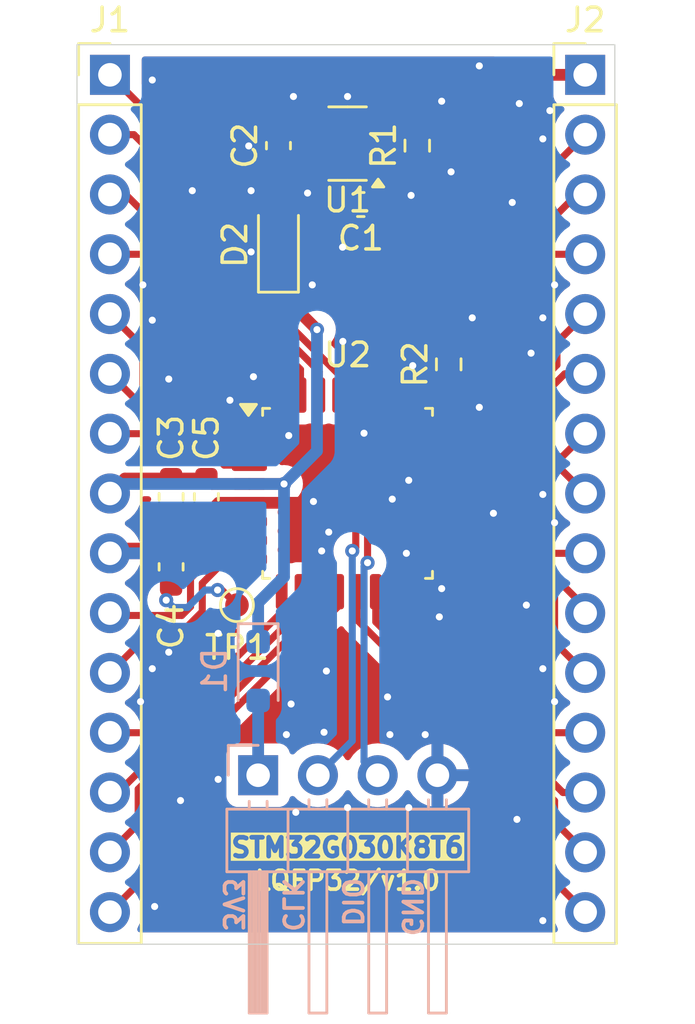
<source format=kicad_pcb>
(kicad_pcb (version 20240108) (generator "pcbnew") (generator_version "8.0")
  (layers (0 "F.Cu" signal) (31 "B.Cu" signal) (34 "B.Paste" user) (35 "F.Paste" user) (36 "B.SilkS" user "B.Silkscreen") (37 "F.SilkS" user "F.Silkscreen") (38 "B.Mask" user) (39 "F.Mask" user) (44 "Edge.Cuts" user))
  (net 0 "")
  (net 1 "GND")
  (net 2 "+5V")
  (net 3 "Net-(D2-A)")
  (net 4 "+3V3")
  (net 5 "Net-(U2-NRST)")
  (net 6 "Net-(D1-A)")
  (net 7 "PB7")
  (net 8 "PC14")
  (net 9 "PB6")
  (net 10 "PB8")
  (net 11 "PA0")
  (net 12 "PA4")
  (net 13 "PA3")
  (net 14 "PA5")
  (net 15 "PC15")
  (net 16 "PB9")
  (net 17 "PA1")
  (net 18 "PA2")
  (net 19 "PB5")
  (net 20 "PA10")
  (net 21 "PB1")
  (net 22 "PB0")
  (net 23 "PB2")
  (net 24 "PA7")
  (net 25 "PA9")
  (net 26 "PA15")
  (net 27 "PA8")
  (net 28 "PA11")
  (net 29 "PA6")
  (net 30 "PB3")
  (net 31 "PC6")
  (net 32 "PB4")
  (net 33 "PA12")
  (net 34 "SWCLK")
  (net 35 "SWDIO")
  (net 36 "Net-(U1-CE)")
  (footprint "TestPoint:TestPoint_Pad_D1.0mm" (layer "F.Cu") (at 96.8 89.4)
    (property "Reference" "TP1" (at 0 1.8 0) (layer "F.SilkS"))
    (property "Value" "NRST")
    (fp_circle (center 0 0) (end 0 0.7) (stroke (width 0.12)) (fill none) (layer "F.SilkS"))
    (pad "1" smd circle (at 0 0) (size 1 1) (layers "F.Cu" "F.Mask") (net 5 "Net-(U2-NRST)"))
  )
  (footprint "Capacitor_SMD:C_0603_1608Metric" (layer "F.Cu") (at 98.5625 69.8875 90)
    (property "Reference" "C2" (at 0 -1.43 270) (layer "F.SilkS"))
    (property "Value" "10uF")
    (fp_line (start -0.14058 -0.51) (end 0.14058 -0.51) (stroke (width 0.12)) (layer "F.SilkS"))
    (fp_line (start -0.14058 0.51) (end 0.14058 0.51) (stroke (width 0.12)) (layer "F.SilkS"))
    (pad "1" smd roundrect (at -0.775 0 90) (size 0.9 0.95) (layers "F.Cu" "F.Paste" "F.Mask") (net 3 "Net-(D2-A)"))
    (pad "2" smd roundrect (at 0.775 0 90) (size 0.9 0.95) (layers "F.Cu" "F.Paste" "F.Mask") (net 1 "GND"))
  )
  (footprint "Diode_SMD:D_SOD-323_HandSoldering" (layer "F.Cu") (at 98.5625 74.1 90)
    (property "Reference" "D2" (at 0 -1.85 270) (layer "F.SilkS"))
    (property "Value" "1N5819WS")
    (fp_line (start -2.01 -0.85) (end 1.25 -0.85) (stroke (width 0.12)) (layer "F.SilkS"))
    (fp_line (start -2.01 -0.85) (end -2.01 0.85) (stroke (width 0.12)) (layer "F.SilkS"))
    (fp_line (start -2.01 0.85) (end 1.25 0.85) (stroke (width 0.12)) (layer "F.SilkS"))
    (pad "1" smd roundrect (at -1.25 0 90) (size 1 1) (layers "F.Cu" "F.Paste" "F.Mask") (net 4 "+3V3"))
    (pad "2" smd roundrect (at 1.25 0 90) (size 1 1) (layers "F.Cu" "F.Paste" "F.Mask") (net 3 "Net-(D2-A)"))
  )
  (footprint "Package_QFP:LQFP-32_7x7mm_P0.8mm" (layer "F.Cu") (at 101.5 84.655)
    (property "Reference" "U2" (at 0 -5.88 0) (layer "F.SilkS"))
    (property "Value" "STM32G030K8Tx")
    (fp_line (start -3.61 -3.61) (end -3.61 -3.31) (stroke (width 0.12)) (layer "F.SilkS"))
    (fp_line (start -3.61 3.61) (end -3.61 3.31) (stroke (width 0.12)) (layer "F.SilkS"))
    (fp_line (start -3.31 -3.61) (end -3.61 -3.61) (stroke (width 0.12)) (layer "F.SilkS"))
    (fp_line (start -3.31 3.61) (end -3.61 3.61) (stroke (width 0.12)) (layer "F.SilkS"))
    (fp_line (start 3.31 -3.61) (end 3.61 -3.61) (stroke (width 0.12)) (layer "F.SilkS"))
    (fp_line (start 3.31 3.61) (end 3.61 3.61) (stroke (width 0.12)) (layer "F.SilkS"))
    (fp_line (start 3.61 -3.61) (end 3.61 -3.31) (stroke (width 0.12)) (layer "F.SilkS"))
    (fp_line (start 3.61 3.61) (end 3.61 3.31) (stroke (width 0.12)) (layer "F.SilkS"))
    (fp_poly (pts (xy -4.2125 -3.31) (xy -4.5525 -3.78) (xy -3.8725 -3.78) (xy -4.2125 -3.31)) (stroke (width 0.12)) (fill solid) (layer "F.SilkS"))
    (pad "1" smd roundrect (at -4.175 -2.8) (size 1.5 0.5) (layers "F.Cu" "F.Paste" "F.Mask") (net 16 "PB9"))
    (pad "2" smd roundrect (at -4.175 -2) (size 1.5 0.5) (layers "F.Cu" "F.Paste" "F.Mask") (net 8 "PC14"))
    (pad "3" smd roundrect (at -4.175 -1.2) (size 1.5 0.5) (layers "F.Cu" "F.Paste" "F.Mask") (net 15 "PC15"))
    (pad "4" smd roundrect (at -4.175 -0.4) (size 1.5 0.5) (layers "F.Cu" "F.Paste" "F.Mask") (net 4 "+3V3"))
    (pad "5" smd roundrect (at -4.175 0.4) (size 1.5 0.5) (layers "F.Cu" "F.Paste" "F.Mask") (net 1 "GND"))
    (pad "6" smd roundrect (at -4.175 1.2) (size 1.5 0.5) (layers "F.Cu" "F.Paste" "F.Mask") (net 5 "Net-(U2-NRST)"))
    (pad "7" smd roundrect (at -4.175 2) (size 1.5 0.5) (layers "F.Cu" "F.Paste" "F.Mask") (net 11 "PA0"))
    (pad "8" smd roundrect (at -4.175 2.8) (size 1.5 0.5) (layers "F.Cu" "F.Paste" "F.Mask") (net 17 "PA1"))
    (pad "9" smd roundrect (at -2.8 4.175) (size 0.5 1.5) (layers "F.Cu" "F.Paste" "F.Mask") (net 18 "PA2"))
    (pad "10" smd roundrect (at -2 4.175) (size 0.5 1.5) (layers "F.Cu" "F.Paste" "F.Mask") (net 13 "PA3"))
    (pad "11" smd roundrect (at -1.2 4.175) (size 0.5 1.5) (layers "F.Cu" "F.Paste" "F.Mask") (net 12 "PA4"))
    (pad "12" smd roundrect (at -0.4 4.175) (size 0.5 1.5) (layers "F.Cu" "F.Paste" "F.Mask") (net 14 "PA5"))
    (pad "13" smd roundrect (at 0.4 4.175) (size 0.5 1.5) (layers "F.Cu" "F.Paste" "F.Mask") (net 29 "PA6"))
    (pad "14" smd roundrect (at 1.2 4.175) (size 0.5 1.5) (layers "F.Cu" "F.Paste" "F.Mask") (net 24 "PA7"))
    (pad "15" smd roundrect (at 2 4.175) (size 0.5 1.5) (layers "F.Cu" "F.Paste" "F.Mask") (net 22 "PB0"))
    (pad "16" smd roundrect (at 2.8 4.175) (size 0.5 1.5) (layers "F.Cu" "F.Paste" "F.Mask") (net 21 "PB1"))
    (pad "17" smd roundrect (at 4.175 2.8) (size 1.5 0.5) (layers "F.Cu" "F.Paste" "F.Mask") (net 23 "PB2"))
    (pad "18" smd roundrect (at 4.175 2) (size 1.5 0.5) (layers "F.Cu" "F.Paste" "F.Mask") (net 27 "PA8"))
    (pad "19" smd roundrect (at 4.175 1.2) (size 1.5 0.5) (layers "F.Cu" "F.Paste" "F.Mask") (net 25 "PA9"))
    (pad "20" smd roundrect (at 4.175 0.4) (size 1.5 0.5) (layers "F.Cu" "F.Paste" "F.Mask") (net 31 "PC6"))
    (pad "21" smd roundrect (at 4.175 -0.4) (size 1.5 0.5) (layers "F.Cu" "F.Paste" "F.Mask") (net 20 "PA10"))
    (pad "22" smd roundrect (at 4.175 -1.2) (size 1.5 0.5) (layers "F.Cu" "F.Paste" "F.Mask") (net 28 "PA11"))
    (pad "23" smd roundrect (at 4.175 -2) (size 1.5 0.5) (layers "F.Cu" "F.Paste" "F.Mask") (net 33 "PA12"))
    (pad "24" smd roundrect (at 4.175 -2.8) (size 1.5 0.5) (layers "F.Cu" "F.Paste" "F.Mask") (net 35 "SWDIO"))
    (pad "25" smd roundrect (at 2.8 -4.175) (size 0.5 1.5) (layers "F.Cu" "F.Paste" "F.Mask") (net 34 "SWCLK"))
    (pad "26" smd roundrect (at 2 -4.175) (size 0.5 1.5) (layers "F.Cu" "F.Paste" "F.Mask") (net 26 "PA15"))
    (pad "27" smd roundrect (at 1.2 -4.175) (size 0.5 1.5) (layers "F.Cu" "F.Paste" "F.Mask") (net 30 "PB3"))
    (pad "28" smd roundrect (at 0.4 -4.175) (size 0.5 1.5) (layers "F.Cu" "F.Paste" "F.Mask") (net 32 "PB4"))
    (pad "29" smd roundrect (at -0.4 -4.175) (size 0.5 1.5) (layers "F.Cu" "F.Paste" "F.Mask") (net 19 "PB5"))
    (pad "30" smd roundrect (at -1.2 -4.175) (size 0.5 1.5) (layers "F.Cu" "F.Paste" "F.Mask") (net 9 "PB6"))
    (pad "31" smd roundrect (at -2 -4.175) (size 0.5 1.5) (layers "F.Cu" "F.Paste" "F.Mask") (net 7 "PB7"))
    (pad "32" smd roundrect (at -2.8 -4.175) (size 0.5 1.5) (layers "F.Cu" "F.Paste" "F.Mask") (net 10 "PB8"))
  )
  (footprint "Capacitor_SMD:C_0603_1608Metric" (layer "F.Cu") (at 95.5 84.8 -90)
    (property "Reference" "C5" (at -2.5 0 90) (layer "F.SilkS"))
    (property "Value" "4.7uF")
    (fp_line (start -0.14058 0.51) (end 0.14058 0.51) (stroke (width 0.12)) (layer "F.SilkS"))
    (fp_line (start -0.14058 -0.51) (end 0.14058 -0.51) (stroke (width 0.12)) (layer "F.SilkS"))
    (pad "1" smd roundrect (at -0.775 0 270) (size 0.9 0.95) (layers "F.Cu" "F.Paste" "F.Mask") (net 4 "+3V3"))
    (pad "2" smd roundrect (at 0.775 0 270) (size 0.9 0.95) (layers "F.Cu" "F.Paste" "F.Mask") (net 1 "GND"))
  )
  (footprint "Resistor_SMD:R_0603_1608Metric" (layer "F.Cu") (at 105.8 79.175 90)
    (property "Reference" "R2" (at 0 -1.43 270) (layer "F.SilkS"))
    (property "Value" "100k")
    (fp_line (start -0.237258 -0.5225) (end 0.237258 -0.5225) (stroke (width 0.12)) (layer "F.SilkS"))
    (fp_line (start -0.237258 0.5225) (end 0.237258 0.5225) (stroke (width 0.12)) (layer "F.SilkS"))
    (pad "1" smd roundrect (at -0.825 0 90) (size 0.8 0.95) (layers "F.Cu" "F.Paste" "F.Mask") (net 34 "SWCLK"))
    (pad "2" smd roundrect (at 0.825 0 90) (size 0.8 0.95) (layers "F.Cu" "F.Paste" "F.Mask") (net 1 "GND"))
  )
  (footprint "Capacitor_SMD:C_0603_1608Metric" (layer "F.Cu") (at 102.0625 72.3875 180)
    (property "Reference" "C1" (at 0 -1.43 180) (layer "F.SilkS"))
    (property "Value" "10uF")
    (fp_line (start -0.14058 0.51) (end 0.14058 0.51) (stroke (width 0.12)) (layer "F.SilkS"))
    (fp_line (start -0.14058 -0.51) (end 0.14058 -0.51) (stroke (width 0.12)) (layer "F.SilkS"))
    (pad "1" smd roundrect (at -0.775 0 180) (size 0.9 0.95) (layers "F.Cu" "F.Paste" "F.Mask") (net 2 "+5V"))
    (pad "2" smd roundrect (at 0.775 0 180) (size 0.9 0.95) (layers "F.Cu" "F.Paste" "F.Mask") (net 1 "GND"))
  )
  (footprint "Package_TO_SOT_SMD:SOT-23-5" (layer "F.Cu") (at 101.5 69.8 180)
    (property "Reference" "U1" (at 0 -2.4 180) (layer "F.SilkS"))
    (property "Value" "XC6220B331MR")
    (fp_line (start 0 1.56) (end 0.8 1.56) (stroke (width 0.12)) (layer "F.SilkS"))
    (fp_line (start 0 1.56) (end -0.8 1.56) (stroke (width 0.12)) (layer "F.SilkS"))
    (fp_line (start 0 -1.56) (end 0.8 -1.56) (stroke (width 0.12)) (layer "F.SilkS"))
    (fp_line (start 0 -1.56) (end -0.8 -1.56) (stroke (width 0.12)) (layer "F.SilkS"))
    (fp_poly (pts (xy -1.3 -1.51) (xy -1.54 -1.84) (xy -1.06 -1.84) (xy -1.3 -1.51)) (stroke (width 0.12)) (fill solid) (layer "F.SilkS"))
    (pad "1" smd roundrect (at -1.1375 -0.95 180) (size 1.325 0.6) (layers "F.Cu" "F.Paste" "F.Mask") (net 2 "+5V"))
    (pad "2" smd roundrect (at -1.1375 0 180) (size 1.325 0.6) (layers "F.Cu" "F.Paste" "F.Mask") (net 1 "GND"))
    (pad "3" smd roundrect (at -1.1375 0.95 180) (size 1.325 0.6) (layers "F.Cu" "F.Paste" "F.Mask") (net 36 "Net-(U1-CE)"))
    (pad "4" smd roundrect (at 1.1375 0.95 180) (size 1.325 0.6) (layers "F.Cu" "F.Paste" "F.Mask"))
    (pad "5" smd roundrect (at 1.1375 -0.95 180) (size 1.325 0.6) (layers "F.Cu" "F.Paste" "F.Mask") (net 3 "Net-(D2-A)"))
  )
  (footprint "Connector_PinHeader_2.54mm:PinHeader_1x15_P2.54mm_Vertical" (layer "F.Cu") (at 111.6 66.88)
    (property "Reference" "J2" (at 0 -2.33 0) (layer "F.SilkS"))
    (property "Value" "Conn_01x15")
    (fp_line (start -1.33 -1.33) (end 0 -1.33) (stroke (width 0.12)) (layer "F.SilkS"))
    (fp_line (start -1.33 0) (end -1.33 -1.33) (stroke (width 0.12)) (layer "F.SilkS"))
    (fp_line (start -1.33 1.27) (end -1.33 36.89) (stroke (width 0.12)) (layer "F.SilkS"))
    (fp_line (start -1.33 1.27) (end 1.33 1.27) (stroke (width 0.12)) (layer "F.SilkS"))
    (fp_line (start -1.33 36.89) (end 1.33 36.89) (stroke (width 0.12)) (layer "F.SilkS"))
    (fp_line (start 1.33 1.27) (end 1.33 36.89) (stroke (width 0.12)) (layer "F.SilkS"))
    (pad "1" thru_hole rect (at 0 0) (size 1.7 1.7) (drill 1) (layers "*.Cu" "*.Mask") (net 2 "+5V"))
    (pad "2" thru_hole oval (at 0 2.54) (size 1.7 1.7) (drill 1) (layers "*.Cu" "*.Mask") (net 32 "PB4"))
    (pad "3" thru_hole oval (at 0 5.08) (size 1.7 1.7) (drill 1) (layers "*.Cu" "*.Mask") (net 30 "PB3"))
    (pad "4" thru_hole oval (at 0 7.62) (size 1.7 1.7) (drill 1) (layers "*.Cu" "*.Mask") (net 26 "PA15"))
    (pad "5" thru_hole oval (at 0 10.16) (size 1.7 1.7) (drill 1) (layers "*.Cu" "*.Mask") (net 33 "PA12"))
    (pad "6" thru_hole oval (at 0 12.7) (size 1.7 1.7) (drill 1) (layers "*.Cu" "*.Mask") (net 28 "PA11"))
    (pad "7" thru_hole oval (at 0 15.24) (size 1.7 1.7) (drill 1) (layers "*.Cu" "*.Mask") (net 20 "PA10"))
    (pad "8" thru_hole oval (at 0 17.78) (size 1.7 1.7) (drill 1) (layers "*.Cu" "*.Mask") (net 31 "PC6"))
    (pad "9" thru_hole oval (at 0 20.32) (size 1.7 1.7) (drill 1) (layers "*.Cu" "*.Mask") (net 25 "PA9"))
    (pad "10" thru_hole oval (at 0 22.86) (size 1.7 1.7) (drill 1) (layers "*.Cu" "*.Mask") (net 27 "PA8"))
    (pad "11" thru_hole oval (at 0 25.4) (size 1.7 1.7) (drill 1) (layers "*.Cu" "*.Mask") (net 23 "PB2"))
    (pad "12" thru_hole oval (at 0 27.94) (size 1.7 1.7) (drill 1) (layers "*.Cu" "*.Mask") (net 21 "PB1"))
    (pad "13" thru_hole oval (at 0 30.48) (size 1.7 1.7) (drill 1) (layers "*.Cu" "*.Mask") (net 22 "PB0"))
    (pad "14" thru_hole oval (at 0 33.02) (size 1.7 1.7) (drill 1) (layers "*.Cu" "*.Mask") (net 24 "PA7"))
    (pad "15" thru_hole oval (at 0 35.56) (size 1.7 1.7) (drill 1) (layers "*.Cu" "*.Mask") (net 29 "PA6"))
  )
  (footprint "Connector_PinHeader_2.54mm:PinHeader_1x15_P2.54mm_Vertical" (layer "F.Cu") (at 91.4 66.88)
    (property "Reference" "J1" (at 0 -2.33 0) (layer "F.SilkS"))
    (property "Value" "Conn_01x15")
    (fp_line (start -1.33 -1.33) (end 0 -1.33) (stroke (width 0.12)) (layer "F.SilkS"))
    (fp_line (start -1.33 0) (end -1.33 -1.33) (stroke (width 0.12)) (layer "F.SilkS"))
    (fp_line (start -1.33 1.27) (end -1.33 36.89) (stroke (width 0.12)) (layer "F.SilkS"))
    (fp_line (start -1.33 1.27) (end 1.33 1.27) (stroke (width 0.12)) (layer "F.SilkS"))
    (fp_line (start -1.33 36.89) (end 1.33 36.89) (stroke (width 0.12)) (layer "F.SilkS"))
    (fp_line (start 1.33 1.27) (end 1.33 36.89) (stroke (width 0.12)) (layer "F.SilkS"))
    (pad "1" thru_hole rect (at 0 0) (size 1.7 1.7) (drill 1) (layers "*.Cu" "*.Mask") (net 19 "PB5"))
    (pad "2" thru_hole oval (at 0 2.54) (size 1.7 1.7) (drill 1) (layers "*.Cu" "*.Mask") (net 9 "PB6"))
    (pad "3" thru_hole oval (at 0 5.08) (size 1.7 1.7) (drill 1) (layers "*.Cu" "*.Mask") (net 7 "PB7"))
    (pad "4" thru_hole oval (at 0 7.62) (size 1.7 1.7) (drill 1) (layers "*.Cu" "*.Mask") (net 10 "PB8"))
    (pad "5" thru_hole oval (at 0 10.16) (size 1.7 1.7) (drill 1) (layers "*.Cu" "*.Mask") (net 16 "PB9"))
    (pad "6" thru_hole oval (at 0 12.7) (size 1.7 1.7) (drill 1) (layers "*.Cu" "*.Mask") (net 8 "PC14"))
    (pad "7" thru_hole oval (at 0 15.24) (size 1.7 1.7) (drill 1) (layers "*.Cu" "*.Mask") (net 15 "PC15"))
    (pad "8" thru_hole oval (at 0 17.78) (size 1.7 1.7) (drill 1) (layers "*.Cu" "*.Mask") (net 4 "+3V3"))
    (pad "9" thru_hole oval (at 0 20.32) (size 1.7 1.7) (drill 1) (layers "*.Cu" "*.Mask") (net 1 "GND"))
    (pad "10" thru_hole oval (at 0 22.86) (size 1.7 1.7) (drill 1) (layers "*.Cu" "*.Mask") (net 11 "PA0"))
    (pad "11" thru_hole oval (at 0 25.4) (size 1.7 1.7) (drill 1) (layers "*.Cu" "*.Mask") (net 17 "PA1"))
    (pad "12" thru_hole oval (at 0 27.94) (size 1.7 1.7) (drill 1) (layers "*.Cu" "*.Mask") (net 18 "PA2"))
    (pad "13" thru_hole oval (at 0 30.48) (size 1.7 1.7) (drill 1) (layers "*.Cu" "*.Mask") (net 13 "PA3"))
    (pad "14" thru_hole oval (at 0 33.02) (size 1.7 1.7) (drill 1) (layers "*.Cu" "*.Mask") (net 12 "PA4"))
    (pad "15" thru_hole oval (at 0 35.56) (size 1.7 1.7) (drill 1) (layers "*.Cu" "*.Mask") (net 14 "PA5"))
  )
  (footprint "Capacitor_SMD:C_0603_1608Metric" (layer "F.Cu") (at 94 87.775 90)
    (property "Reference" "C4" (at -2.525 0 270) (layer "F.SilkS"))
    (property "Value" "100nF")
    (fp_line (start -0.14058 -0.51) (end 0.14058 -0.51) (stroke (width 0.12)) (layer "F.SilkS"))
    (fp_line (start -0.14058 0.51) (end 0.14058 0.51) (stroke (width 0.12)) (layer "F.SilkS"))
    (pad "1" smd roundrect (at -0.775 0 90) (size 0.9 0.95) (layers "F.Cu" "F.Paste" "F.Mask") (net 5 "Net-(U2-NRST)"))
    (pad "2" smd roundrect (at 0.775 0 90) (size 0.9 0.95) (layers "F.Cu" "F.Paste" "F.Mask") (net 1 "GND"))
  )
  (footprint "Resistor_SMD:R_0603_1608Metric" (layer "F.Cu") (at 104.4625 69.8875 90)
    (property "Reference" "R1" (at 0 -1.43 270) (layer "F.SilkS"))
    (property "Value" "100k")
    (fp_line (start -0.237258 -0.5225) (end 0.237258 -0.5225) (stroke (width 0.12)) (layer "F.SilkS"))
    (fp_line (start -0.237258 0.5225) (end 0.237258 0.5225) (stroke (width 0.12)) (layer "F.SilkS"))
    (pad "1" smd roundrect (at -0.825 0 90) (size 0.8 0.95) (layers "F.Cu" "F.Paste" "F.Mask") (net 2 "+5V"))
    (pad "2" smd roundrect (at 0.825 0 90) (size 0.8 0.95) (layers "F.Cu" "F.Paste" "F.Mask") (net 36 "Net-(U1-CE)"))
  )
  (footprint "Capacitor_SMD:C_0603_1608Metric" (layer "F.Cu") (at 94 84.8 -90)
    (property "Reference" "C3" (at -2.5 0 90) (layer "F.SilkS"))
    (property "Value" "100nF")
    (fp_line (start -0.14058 0.51) (end 0.14058 0.51) (stroke (width 0.12)) (layer "F.SilkS"))
    (fp_line (start -0.14058 -0.51) (end 0.14058 -0.51) (stroke (width 0.12)) (layer "F.SilkS"))
    (pad "1" smd roundrect (at -0.775 0 270) (size 0.9 0.95) (layers "F.Cu" "F.Paste" "F.Mask") (net 4 "+3V3"))
    (pad "2" smd roundrect (at 0.775 0 270) (size 0.9 0.95) (layers "F.Cu" "F.Paste" "F.Mask") (net 1 "GND"))
  )
  (footprint "Diode_SMD:D_SOD-323_HandSoldering" (layer "B.Cu") (at 97.7 92.2 -90)
    (property "Reference" "D1" (at 0 1.85 90) (layer "B.SilkS") (effects (justify mirror)))
    (property "Value" "1N5819WS")
    (fp_line (start 1.25 0.85) (end -2.01 0.85) (stroke (width 0.12)) (layer "B.SilkS"))
    (fp_line (start -2.01 -0.85) (end -2.01 0.85) (stroke (width 0.12)) (layer "B.SilkS"))
    (fp_line (start 1.25 -0.85) (end -2.01 -0.85) (stroke (width 0.12)) (layer "B.SilkS"))
    (pad "1" smd roundrect (at -1.25 0 270) (size 1 1) (layers "B.Cu" "B.Paste" "B.Mask") (net 4 "+3V3"))
    (pad "2" smd roundrect (at 1.25 0 270) (size 1 1) (layers "B.Cu" "B.Paste" "B.Mask") (net 6 "Net-(D1-A)"))
  )
  (footprint "Connector_PinHeader_2.54mm:PinHeader_1x04_P2.54mm_Horizontal" (layer "B.Cu") (at 97.7 96.625 -90)
    (property "Reference" "J3" (hide yes))
    (property "Value" "SWD")
    (fp_line (start 1.44 1.33) (end 4.1 1.33) (stroke (width 0.12)) (layer "B.SilkS"))
    (fp_line (start 4.1 1.33) (end 4.1 -8.95) (stroke (width 0.12)) (layer "B.SilkS"))
    (fp_line (start -1.27 1.27) (end -1.27 0) (stroke (width 0.12)) (layer "B.SilkS"))
    (fp_line (start 0 1.27) (end -1.27 1.27) (stroke (width 0.12)) (layer "B.SilkS"))
    (fp_line (start 1.44 0.38) (end 1.11 0.38) (stroke (width 0.12)) (layer "B.SilkS"))
    (fp_line (start 10.1 0.38) (end 4.1 0.38) (stroke (width 0.12)) (layer "B.SilkS"))
    (fp_line (start 10.1 0.32) (end 4.1 0.32) (stroke (width 0.12)) (layer "B.SilkS"))
    (fp_line (start 10.1 0.2) (end 4.1 0.2) (stroke (width 0.12)) (layer "B.SilkS"))
    (fp_line (start 10.1 0.08) (end 4.1 0.08) (stroke (width 0.12)) (layer "B.SilkS"))
    (fp_line (start 10.1 -0.04) (end 4.1 -0.04) (stroke (width 0.12)) (layer "B.SilkS"))
    (fp_line (start 10.1 -0.16) (end 4.1 -0.16) (stroke (width 0.12)) (layer "B.SilkS"))
    (fp_line (start 10.1 -0.28) (end 4.1 -0.28) (stroke (width 0.12)) (layer "B.SilkS"))
    (fp_line (start 1.44 -0.38) (end 1.11 -0.38) (stroke (width 0.12)) (layer "B.SilkS"))
    (fp_line (start 4.1 -0.38) (end 10.1 -0.38) (stroke (width 0.12)) (layer "B.SilkS"))
    (fp_line (start 10.1 -0.38) (end 10.1 0.38) (stroke (width 0.12)) (layer "B.SilkS"))
    (fp_line (start 4.1 -1.27) (end 1.44 -1.27) (stroke (width 0.12)) (layer "B.SilkS"))
    (fp_line (start 1.44 -2.16) (end 1.042929 -2.16) (stroke (width 0.12)) (layer "B.SilkS"))
    (fp_line (start 10.1 -2.16) (end 4.1 -2.16) (stroke (width 0.12)) (layer "B.SilkS"))
    (fp_line (start 1.44 -2.92) (end 1.042929 -2.92) (stroke (width 0.12)) (layer "B.SilkS"))
    (fp_line (start 4.1 -2.92) (end 10.1 -2.92) (stroke (width 0.12)) (layer "B.SilkS"))
    (fp_line (start 10.1 -2.92) (end 10.1 -2.16) (stroke (width 0.12)) (layer "B.SilkS"))
    (fp_line (start 4.1 -3.81) (end 1.44 -3.81) (stroke (width 0.12)) (layer "B.SilkS"))
    (fp_line (start 1.44 -4.7) (end 1.042929 -4.7) (stroke (width 0.12)) (layer "B.SilkS"))
    (fp_line (start 10.1 -4.7) (end 4.1 -4.7) (stroke (width 0.12)) (layer "B.SilkS"))
    (fp_line (start 1.44 -5.46) (end 1.042929 -5.46) (stroke (width 0.12)) (layer "B.SilkS"))
    (fp_line (start 4.1 -5.46) (end 10.1 -5.46) (stroke (width 0.12)) (layer "B.SilkS"))
    (fp_line (start 10.1 -5.46) (end 10.1 -4.7) (stroke (width 0.12)) (layer "B.SilkS"))
    (fp_line (start 4.1 -6.35) (end 1.44 -6.35) (stroke (width 0.12)) (layer "B.SilkS"))
    (fp_line (start 1.44 -7.24) (end 1.042929 -7.24) (stroke (width 0.12)) (layer "B.SilkS"))
    (fp_line (start 10.1 -7.24) (end 4.1 -7.24) (stroke (width 0.12)) (layer "B.SilkS"))
    (fp_line (start 1.44 -8) (end 1.042929 -8) (stroke (width 0.12)) (layer "B.SilkS"))
    (fp_line (start 4.1 -8) (end 10.1 -8) (stroke (width 0.12)) (layer "B.SilkS"))
    (fp_line (start 10.1 -8) (end 10.1 -7.24) (stroke (width 0.12)) (layer "B.SilkS"))
    (fp_line (start 1.44 -8.95) (end 1.44 1.33) (stroke (width 0.12)) (layer "B.SilkS"))
    (fp_line (start 4.1 -8.95) (end 1.44 -8.95) (stroke (width 0.12)) (layer "B.SilkS"))
    (pad "1" thru_hole rect (at 0 0 270) (size 1.7 1.7) (drill 1) (layers "*.Cu" "*.Mask") (net 6 "Net-(D1-A)"))
    (pad "2" thru_hole oval (at 0 -2.54 270) (size 1.7 1.7) (drill 1) (layers "*.Cu" "*.Mask") (net 34 "SWCLK"))
    (pad "3" thru_hole oval (at 0 -5.08 270) (size 1.7 1.7) (drill 1) (layers "*.Cu" "*.Mask") (net 35 "SWDIO"))
    (pad "4" thru_hole oval (at 0 -7.62 270) (size 1.7 1.7) (drill 1) (layers "*.Cu" "*.Mask") (net 1 "GND"))
  )
  (gr_rect (start 90 65.6) (end 112.86 103.8) (stroke (width 0.05)) (fill none) (layer "Edge.Cuts"))
  (gr_text "DIO" (at 101.7 100.9 270) (layer "B.SilkS") (effects (font (size 0.8 0.8) (thickness 0.16) (bold yes)) (justify right mirror)))
  (gr_text "3V3" (at 96.633334 100.9 270) (layer "B.SilkS") (effects (font (size 0.8 0.8) (thickness 0.16) (bold yes)) (justify right mirror)))
  (gr_text "GND" (at 104.233334 100.9 270) (layer "B.SilkS") (effects (font (size 0.8 0.8) (thickness 0.16) (bold yes)) (justify right mirror)))
  (gr_text "CLK" (at 99.166667 100.9 270) (layer "B.SilkS") (effects (font (size 0.8 0.8) (thickness 0.16) (bold yes)) (justify right mirror)))
  (gr_text "STM32G030K8T6" (at 101.5 99.7 0) (layer "F.SilkS" knockout) (effects (font (size 0.8 0.8) (thickness 0.2) (bold yes))))
  (gr_text "LQFP32/v1.0" (at 101.5 101.1 0) (layer "F.SilkS") (effects (font (size 0.8 0.8) (thickness 0.16) (bold yes))))
  (segment (start 101.2875 72.3875) (end 101.475 72.2) (width 0.5) (layer "F.Cu") (net 1))
  (segment (start 96.02 85.055) (end 95.5 85.575) (width 0.5) (layer "F.Cu") (net 1))
  (segment (start 101.2875 74.2) (end 101.2875 72.3875) (width 0.5) (layer "F.Cu") (net 1))
  (segment (start 104.919999 79.230001) (end 105.8 78.35) (width 0.5) (layer "F.Cu") (net 1))
  (segment (start 94 85.575) (end 94 87) (width 0.5) (layer "F.Cu") (net 1))
  (segment (start 100.05 85) (end 99.995 85.055) (width 0.5) (layer "F.Cu") (net 1))
  (segment (start 99.25 69.8) (end 98.5625 69.1125) (width 0.5) (layer "F.Cu") (net 1))
  (segment (start 94 87) (end 91.6 87) (width 0.5) (layer "F.Cu") (net 1))
  (segment (start 91.6 87) (end 91.4 87.2) (width 0.5) (layer "F.Cu") (net 1))
  (segment (start 99.995 85.055) (end 97.325 85.055) (width 0.5) (layer "F.Cu") (net 1))
  (segment (start 101.975001 69.8) (end 102.6375 69.8) (width 0.5) (layer "F.Cu") (net 1))
  (segment (start 101.475 70.300001) (end 101.975001 69.8) (width 0.5) (layer "F.Cu") (net 1))
  (segment (start 104.270931 79.230001) (end 104.919999 79.230001) (width 0.5) (layer "F.Cu") (net 1))
  (segment (start 95.5 85.575) (end 94 85.575) (width 0.5) (layer "F.Cu") (net 1))
  (segment (start 97.325 85.055) (end 96.02 85.055) (width 0.5) (layer "F.Cu") (net 1))
  (segment (start 101.475 72.2) (end 101.475 70.300001) (width 0.5) (layer "F.Cu") (net 1))
  (segment (start 102.6375 69.8) (end 99.25 69.8) (width 0.5) (layer "F.Cu") (net 1))
  (via (at 110.3 85.9) (size 0.6) (drill 0.3) (layers "F.Cu" "B.Cu") (net 1))
  (via (at 97.5 79.7) (size 0.6) (drill 0.3) (layers "F.Cu" "B.Cu") (net 1))
  (via (at 96 96.8) (size 0.6) (drill 0.3) (layers "F.Cu" "B.Cu") (net 1))
  (via (at 93.2 67.1) (size 0.6) (drill 0.3) (layers "F.Cu" "B.Cu") (net 1))
  (via (at 99.8 71.9) (size 0.6) (drill 0.3) (layers "F.Cu" "B.Cu") (net 1))
  (via (at 100.6 92.2) (size 0.6) (drill 0.3) (layers "F.Cu" "B.Cu") (net 1))
  (via (at 94.9 71.8) (size 0.6) (drill 0.3) (layers "F.Cu" "B.Cu") (net 1))
  (via (at 104.1 98) (size 0.6) (drill 0.3) (layers "F.Cu" "B.Cu") (net 1))
  (via (at 109.1 89.4) (size 0.6) (drill 0.3) (layers "F.Cu" "B.Cu") (net 1))
  (via (at 97.4 74.4) (size 0.6) (drill 0.3) (layers "F.Cu" "B.Cu") (net 1))
  (via (at 92.8 75.8) (size 0.6) (drill 0.3) (layers "F.Cu" "B.Cu") (net 1))
  (via (at 106.8 77.2) (size 0.6) (drill 0.3) (layers "F.Cu" "B.Cu") (net 1))
  (via (at 93.3 102.2) (size 0.6) (drill 0.3) (layers "F.Cu" "B.Cu") (net 1))
  (via (at 109.8 102.8) (size 0.6) (drill 0.3) (layers "F.Cu" "B.Cu") (net 1))
  (via (at 101.2875 74.2) (size 0.6) (drill 0.3) (layers "F.Cu" "B.Cu") (net 1))
  (via (at 105.4 89.9) (size 0.6) (drill 0.3) (layers "F.Cu" "B.Cu") (net 1))
  (via (at 96 90.6) (size 0.6) (drill 0.3) (layers "F.Cu" "B.Cu") (net 1))
  (via (at 108.8 68.1) (size 0.6) (drill 0.3) (layers "F.Cu" "B.Cu") (net 1))
  (via (at 96.5 80.7) (size 0.6) (drill 0.3) (layers "F.Cu" "B.Cu") (net 1))
  (via (at 110.3 93.5) (size 0.6) (drill 0.3) (layers "F.Cu" "B.Cu") (net 1))
  (via (at 104 87.2) (size 0.6) (drill 0.3) (layers "F.Cu" "B.Cu") (net 1))
  (via (at 105.9 71) (size 0.6) (drill 0.3) (layers "F.Cu" "B.Cu") (net 1))
  (via (at 101.3 78.2) (size 0.6) (drill 0.3) (layers "F.Cu" "B.Cu") (net 1))
  (via (at 97.3 69.9) (size 0.6) (drill 0.3) (layers "F.Cu" "B.Cu") (net 1))
  (via (at 92.7 93.5) (size 0.6) (drill 0.3) (layers "F.Cu" "B.Cu") (net 1))
  (via (at 101.5 67.8) (size 0.6) (drill 0.3) (layers "F.Cu" "B.Cu") (net 1))
  (via (at 100.4 87.1) (size 0.6) (drill 0.3) (layers "F.Cu" "B.Cu") (net 1))
  (via (at 110.3 75.8) (size 0.6) (drill 0.3) (layers "F.Cu" "B.Cu") (net 1))
  (via (at 107.7 85.5) (size 0.6) (drill 0.3) (layers "F.Cu" "B.Cu") (net 1))
  (via (at 93.9 91.4) (size 0.6) (drill 0.3) (layers "F.Cu" "B.Cu") (net 1))
  (via (at 104.270931 79.230001) (size 0.6) (drill 0.3) (layers "F.Cu" "B.Cu") (net 1))
  (via (at 97.4 71.8) (size 0.6) (drill 0.3) (layers "F.Cu" "B.Cu") (net 1))
  (via (at 99.3 98.2) (size 0.6) (drill 0.3) (layers "F.Cu" "B.Cu") (net 1))
  (via (at 100.5 94.8) (size 0.6) (drill 0.3) (layers "F.Cu" "B.Cu") (net 1))
  (via (at 109.8 92.1) (size 0.6) (drill 0.3) (layers "F.Cu" "B.Cu") (net 1))
  (via (at 105.5 68) (size 0.6) (drill 0.3) (layers "F.Cu" "B.Cu") (net 1))
  (via (at 99 82.2) (size 0.6) (drill 0.3) (layers "F.Cu" "B.Cu") (net 1))
  (via (at 110.1 68.4) (size 0.6) (drill 0.3) (layers "F.Cu" "B.Cu") (net 1))
  (via (at 104.1 84.1) (size 0.6) (drill 0.3) (layers "F.Cu" "B.Cu") (net 1))
  (via (at 103.3 94.9) (size 0.6) (drill 0.3) (layers "F.Cu" "B.Cu") (net 1))
  (via (at 109.3 78.7) (size 0.6) (drill 0.3) (layers "F.Cu" "B.Cu") (net 1))
  (via (at 109.8 84.7) (size 0.6) (drill 0.3) (layers "F.Cu" "B.Cu") (net 1))
  (via (at 100 75.8) (size 0.6) (drill 0.3) (layers "F.Cu" "B.Cu") (net 1))
  (via (at 104.8 94.9) (size 0.6) (drill 0.3) (layers "F.Cu" "B.Cu") (net 1))
  (via (at 98.9 94.9) (size 0.6) (drill 0.3) (layers "F.Cu" "B.Cu") (net 1))
  (via (at 101.5 98) (size 0.6) (drill 0.3) (layers "F.Cu" "B.Cu") (net 1))
  (via (at 105.5 88.7) (size 0.6) (drill 0.3) (layers "F.Cu" "B.Cu") (net 1))
  (via (at 108.5 72.3) (size 0.6) (drill 0.3) (layers "F.Cu" "B.Cu") (net 1))
  (via (at 93.9 79.8) (size 0.6) (drill 0.3) (layers "F.Cu" "B.Cu") (net 1))
  (via (at 93.2 92.1) (size 0.6) (drill 0.3) (layers "F.Cu" "B.Cu") (net 1))
  (via (at 94.4 97.7) (size 0.6) (drill 0.3) (layers "F.Cu" "B.Cu") (net 1))
  (via (at 107.1 66.5) (size 0.6) (drill 0.3) (layers "F.Cu" "B.Cu") (net 1))
  (via (at 100.7 86.3) (size 0.6) (drill 0.3) (layers "F.Cu" "B.Cu") (net 1))
  (via (at 102.2 82.1) (size 0.6) (drill 0.3) (layers "F.Cu" "B.Cu") (net 1))
  (via (at 103.2 93.3) (size 0.6) (drill 0.3) (layers "F.Cu" "B.Cu") (net 1))
  (via (at 109.8 69.6) (size 0.6) (drill 0.3) (layers "F.Cu" "B.Cu") (net 1))
  (via (at 100.05 85) (size 0.6) (drill 0.3) (layers "F.Cu" "B.Cu") (net 1))
  (via (at 99.1 93.6) (size 0.6) (drill 0.3) (layers "F.Cu" "B.Cu") (net 1))
  (via (at 108.7 98.5) (size 0.6) (drill 0.3) (layers "F.Cu" "B.Cu") (net 1))
  (via (at 109.8 77.2) (size 0.6) (drill 0.3) (layers "F.Cu" "B.Cu") (net 1))
  (via (at 103.4 84.9) (size 0.6) (drill 0.3) (layers "F.Cu" "B.Cu") (net 1))
  (via (at 104.2 72) (size 0.6) (drill 0.3) (layers "F.Cu" "B.Cu") (net 1))
  (via (at 93.2 77.3) (size 0.6) (drill 0.3) (layers "F.Cu" "B.Cu") (net 1))
  (via (at 99.2 67.8) (size 0.6) (drill 0.3) (layers "F.Cu" "B.Cu") (net 1))
  (via (at 107.1 81) (size 0.6) (drill 0.3) (layers "F.Cu" "B.Cu") (net 1))
  (segment (start 104.1 87.3) (end 104.1 90.2) (width 0.5) (layer "B.Cu") (net 1))
  (segment (start 101.999068 79.800932) (end 103.7 79.800932) (width 0.5) (layer "B.Cu") (net 1))
  (segment (start 103.2625 94.8625) (end 103.3 94.9) (width 0.5) (layer "B.Cu") (net 1))
  (segment (start 101.2875 76.24657) (end 101.2875 74.2) (width 0.5) (layer "B.Cu") (net 1))
  (segment (start 101.4 83.65) (end 101.4 80.4) (width 0.5) (layer "B.Cu") (net 1))
  (segment (start 104.1 80.200932) (end 103.7 79.800932) (width 0.5) (layer "B.Cu") (net 1))
  (segment (start 103.2 93.3) (end 103.2625 93.3625) (width 0.5) (layer "B.Cu") (net 1))
  (segment (start 101.999068 76.958138) (end 101.2875 76.24657) (width 0.5) (layer "B.Cu") (net 1))
  (segment (start 104.8 94.9) (end 105.1 94.9) (width 0.5) (layer "B.Cu") (net 1))
  (segment (start 104 87.2) (end 104.1 87.3) (width 0.5) (layer "B.Cu") (net 1))
  (segment (start 103.4 84.8) (end 104 84.2) (width 0.5) (layer "B.Cu") (net 1))
  (segment (start 103.4 86.6) (end 103.4 84.8) (width 0.5) (layer "B.Cu") (net 1))
  (segment (start 100.05 85) (end 101.4 83.65) (width 0.5) (layer "B.Cu") (net 1))
  (segment (start 105.32 95.12) (end 105.32 96.625) (width 0.5) (layer "B.Cu") (net 1))
  (segment (start 104 87.2) (end 103.4 86.6) (width 0.5) (layer "B.Cu") (net 1))
  (segment (start 104.1 84.1) (end 104.1 80.200932) (width 0.5) (layer "B.Cu") (net 1))
  (segment (start 104.1 90.2) (end 103.2 91.1) (width 0.5) (layer "B.Cu") (net 1))
  (segment (start 101.4 80.4) (end 101.999068 79.800932) (width 0.5) (layer "B.Cu") (net 1))
  (segment (start 105.1 94.9) (end 105.32 95.12) (width 0.5) (layer "B.Cu") (net 1))
  (segment (start 101.999068 79.800932) (end 101.999068 76.958138) (width 0.5) (layer "B.Cu") (net 1))
  (segment (start 104.270931 79.230001) (end 103.7 79.800932) (width 0.5) (layer "B.Cu") (net 1))
  (segment (start 103.2 91.1) (end 103.2 93.3) (width 0.5) (layer "B.Cu") (net 1))
  (segment (start 103.2625 93.3625) (end 103.2625 94.8625) (width 0.5) (layer "B.Cu") (net 1))
  (segment (start 102.8375 72.3875) (end 102.8375 70.95) (width 0.5) (layer "F.Cu") (net 2))
  (segment (start 104.4625 70.7125) (end 102.675 70.7125) (width 0.5) (layer "F.Cu") (net 2))
  (segment (start 102.8375 70.95) (end 102.6375 70.75) (width 0.5) (layer "F.Cu") (net 2))
  (segment (start 108.295 66.88) (end 104.4625 70.7125) (width 0.5) (layer "F.Cu") (net 2))
  (segment (start 111.6 66.88) (end 108.295 66.88) (width 0.5) (layer "F.Cu") (net 2))
  (segment (start 102.675 70.7125) (end 102.6375 70.75) (width 0.5) (layer "F.Cu") (net 2))
  (segment (start 98.5625 72.85) (end 98.5625 70.6625) (width 0.5) (layer "F.Cu") (net 3))
  (segment (start 98.65 70.75) (end 98.5625 70.6625) (width 0.5) (layer "F.Cu") (net 3))
  (segment (start 100.3625 70.75) (end 98.65 70.75) (width 0.5) (layer "F.Cu") (net 3))
  (segment (start 98.8 84.255) (end 97.325 84.255) (width 0.5) (layer "F.Cu") (net 4))
  (segment (start 92.035 84.025) (end 91.4 84.66) (width 0.5) (layer "F.Cu") (net 4))
  (segment (start 95.5 84.025) (end 94 84.025) (width 0.5) (layer "F.Cu") (net 4))
  (segment (start 95.73 84.255) (end 95.5 84.025) (width 0.5) (layer "F.Cu") (net 4))
  (segment (start 98.5625 75.35) (end 98.5625 76.0625) (width 0.5) (layer "F.Cu") (net 4))
  (segment (start 94 84.025) (end 92.035 84.025) (width 0.5) (layer "F.Cu") (net 4))
  (segment (start 98.5625 76.0625) (end 100.2 77.7) (width 0.5) (layer "F.Cu") (net 4))
  (segment (start 97.325 84.255) (end 95.73 84.255) (width 0.5) (layer "F.Cu") (net 4))
  (via (at 100.2 77.7) (size 0.6) (drill 0.3) (layers "F.Cu" "B.Cu") (net 4))
  (via (at 98.8 84.255) (size 0.6) (drill 0.3) (layers "F.Cu" "B.Cu") (net 4))
  (segment (start 98.8 84.255) (end 91.805 84.255) (width 0.5) (layer "B.Cu") (net 4))
  (segment (start 97.7 90.95) (end 97.7 89.3) (width 0.5) (layer "B.Cu") (net 4))
  (segment (start 98.8 88.2) (end 98.8 84.255) (width 0.5) (layer "B.Cu") (net 4))
  (segment (start 91.805 84.255) (end 91.4 84.66) (width 0.5) (layer "B.Cu") (net 4))
  (segment (start 100.2 82.855) (end 100.2 77.7) (width 0.5) (layer "B.Cu") (net 4))
  (segment (start 98.8 84.255) (end 100.2 82.855) (width 0.5) (layer "B.Cu") (net 4))
  (segment (start 97.7 89.3) (end 98.8 88.2) (width 0.5) (layer "B.Cu") (net 4))
  (segment (start 94 88.384704) (end 94 88.55) (width 0.3) (layer "F.Cu") (net 5))
  (segment (start 95.975 88.759078) (end 96.159078 88.759078) (width 0.3) (layer "F.Cu") (net 5))
  (segment (start 96.529704 85.855) (end 94 88.384704) (width 0.3) (layer "F.Cu") (net 5))
  (segment (start 97.325 85.855) (end 96.529704 85.855) (width 0.3) (layer "F.Cu") (net 5))
  (segment (start 93.790381 88.759619) (end 94 88.55) (width 0.3) (layer "F.Cu") (net 5))
  (segment (start 96.159078 88.759078) (end 96.8 89.4) (width 0.3) (layer "F.Cu") (net 5))
  (segment (start 93.790381 89.190381) (end 93.790381 88.759619) (width 0.3) (layer "F.Cu") (net 5))
  (via (at 93.790381 89.190381) (size 0.6) (drill 0.3) (layers "F.Cu" "B.Cu") (net 5))
  (via (at 95.975 88.759078) (size 0.6) (drill 0.3) (layers "F.Cu" "B.Cu") (net 5))
  (segment (start 94.7 89.5) (end 94.1 89.5) (width 0.3) (layer "B.Cu") (net 5))
  (segment (start 95.440922 88.759078) (end 94.7 89.5) (width 0.3) (layer "B.Cu") (net 5))
  (segment (start 94.1 89.5) (end 93.790381 89.190381) (width 0.3) (layer "B.Cu") (net 5))
  (segment (start 95.975 88.759078) (end 95.440922 88.759078) (width 0.3) (layer "B.Cu") (net 5))
  (segment (start 97.7 93.45) (end 97.7 96.625) (width 0.5) (layer "B.Cu") (net 6))
  (segment (start 99.5 80.48) (end 99.5 79.392894) (width 0.3) (layer "F.Cu") (net 7))
  (segment (start 99.5 79.392894) (end 92.067106 71.96) (width 0.3) (layer "F.Cu") (net 7))
  (segment (start 92.067106 71.96) (end 91.4 71.96) (width 0.3) (layer "F.Cu") (net 7))
  (segment (start 96.155 82.655) (end 95.12 81.62) (width 0.3) (layer "F.Cu") (net 8))
  (segment (start 97.325 82.655) (end 96.155 82.655) (width 0.3) (layer "F.Cu") (net 8))
  (segment (start 95.12 81.62) (end 93.44 81.62) (width 0.3) (layer "F.Cu") (net 8))
  (segment (start 93.44 81.62) (end 91.4 79.58) (width 0.3) (layer "F.Cu") (net 8))
  (segment (start 100.3 80.48) (end 100.3 79.485788) (width 0.3) (layer "F.Cu") (net 9))
  (segment (start 92.42 69.42) (end 91.4 69.42) (width 0.3) (layer "F.Cu") (net 9))
  (segment (start 93.3 72.485788) (end 93.3 70.3) (width 0.3) (layer "F.Cu") (net 9))
  (segment (start 93.3 70.3) (end 92.42 69.42) (width 0.3) (layer "F.Cu") (net 9))
  (segment (start 100.3 79.485788) (end 93.3 72.485788) (width 0.3) (layer "F.Cu") (net 9))
  (segment (start 98.7 79.3) (end 93.9 74.5) (width 0.3) (layer "F.Cu") (net 10))
  (segment (start 98.7 80.48) (end 98.7 79.3) (width 0.3) (layer "F.Cu") (net 10))
  (segment (start 93.9 74.5) (end 91.4 74.5) (width 0.3) (layer "F.Cu") (net 10))
  (segment (start 94.452513 89.840381) (end 91.500381 89.840381) (width 0.3) (layer "F.Cu") (net 11))
  (segment (start 97.325 86.655) (end 96.43681 86.655) (width 0.3) (layer "F.Cu") (net 11))
  (segment (start 96.43681 86.655) (end 94.825 88.26681) (width 0.3) (layer "F.Cu") (net 11))
  (segment (start 91.500381 89.840381) (end 91.4 89.74) (width 0.3) (layer "F.Cu") (net 11))
  (segment (start 94.825 88.26681) (end 94.825 89.467894) (width 0.3) (layer "F.Cu") (net 11))
  (segment (start 94.825 89.467894) (end 94.452513 89.840381) (width 0.3) (layer "F.Cu") (net 11))
  (segment (start 100.3 88.83) (end 100.3 89.514212) (width 0.3) (layer "F.Cu") (net 12))
  (segment (start 92.6 97.214212) (end 92.6 98.7) (width 0.3) (layer "F.Cu") (net 12))
  (segment (start 92.6 98.7) (end 91.4 99.9) (width 0.3) (layer "F.Cu") (net 12))
  (segment (start 100.3 89.514212) (end 92.6 97.214212) (width 0.3) (layer "F.Cu") (net 12))
  (segment (start 99.5 89.607106) (end 91.747106 97.36) (width 0.3) (layer "F.Cu") (net 13))
  (segment (start 91.747106 97.36) (end 91.4 97.36) (width 0.3) (layer "F.Cu") (net 13))
  (segment (start 99.5 88.83) (end 99.5 89.607106) (width 0.3) (layer "F.Cu") (net 13))
  (segment (start 100.625216 89.93) (end 101.1 89.455216) (width 0.3) (layer "F.Cu") (net 14))
  (segment (start 93.3 97.221318) (end 100.591318 89.93) (width 0.3) (layer "F.Cu") (net 14))
  (segment (start 101.1 89.455216) (end 101.1 88.83) (width 0.3) (layer "F.Cu") (net 14))
  (segment (start 100.591318 89.93) (end 100.625216 89.93) (width 0.3) (layer "F.Cu") (net 14))
  (segment (start 93.3 100.54) (end 93.3 97.221318) (width 0.3) (layer "F.Cu") (net 14))
  (segment (start 91.4 102.44) (end 93.3 100.54) (width 0.3) (layer "F.Cu") (net 14))
  (segment (start 95.955 83.155) (end 95.947894 83.155) (width 0.3) (layer "F.Cu") (net 15))
  (segment (start 94.912894 82.12) (end 91.4 82.12) (width 0.3) (layer "F.Cu") (net 15))
  (segment (start 95.947894 83.155) (end 94.912894 82.12) (width 0.3) (layer "F.Cu") (net 15))
  (segment (start 97.325 83.455) (end 96.255 83.455) (width 0.3) (layer "F.Cu") (net 15))
  (segment (start 96.255 83.455) (end 95.955 83.155) (width 0.3) (layer "F.Cu") (net 15))
  (segment (start 92.8 80.272894) (end 92.8 78.44) (width 0.3) (layer "F.Cu") (net 16))
  (segment (start 92.8 78.44) (end 91.4 77.04) (width 0.3) (layer "F.Cu") (net 16))
  (segment (start 93.647106 81.12) (end 92.8 80.272894) (width 0.3) (layer "F.Cu") (net 16))
  (segment (start 96.062106 81.855) (end 95.327106 81.12) (width 0.3) (layer "F.Cu") (net 16))
  (segment (start 97.325 81.855) (end 96.062106 81.855) (width 0.3) (layer "F.Cu") (net 16))
  (segment (start 95.327106 81.12) (end 93.647106 81.12) (width 0.3) (layer "F.Cu") (net 16))
  (segment (start 95.325 89.675) (end 94.659619 90.340381) (width 0.3) (layer "F.Cu") (net 17))
  (segment (start 94.659619 90.340381) (end 93.339619 90.340381) (width 0.3) (layer "F.Cu") (net 17))
  (segment (start 95.325 88.473916) (end 95.325 89.675) (width 0.3) (layer "F.Cu") (net 17))
  (segment (start 93.339619 90.340381) (end 91.4 92.28) (width 0.3) (layer "F.Cu") (net 17))
  (segment (start 96.343916 87.455) (end 95.325 88.473916) (width 0.3) (layer "F.Cu") (net 17))
  (segment (start 97.325 87.455) (end 96.343916 87.455) (width 0.3) (layer "F.Cu") (net 17))
  (segment (start 93.58 94.82) (end 91.4 94.82) (width 0.3) (layer "F.Cu") (net 18))
  (segment (start 98.7 88.83) (end 98.7 89.7) (width 0.3) (layer "F.Cu") (net 18))
  (segment (start 98.7 89.7) (end 93.58 94.82) (width 0.3) (layer "F.Cu") (net 18))
  (segment (start 93.8 72.278682) (end 93.8 69.28) (width 0.3) (layer "F.Cu") (net 19))
  (segment (start 101.1 80.48) (end 101.1 79.578682) (width 0.3) (layer "F.Cu") (net 19))
  (segment (start 101.1 79.578682) (end 93.8 72.278682) (width 0.3) (layer "F.Cu") (net 19))
  (segment (start 93.8 69.28) (end 91.4 66.88) (width 0.3) (layer "F.Cu") (net 19))
  (segment (start 107.914212 83.1) (end 110.62 83.1) (width 0.3) (layer "F.Cu") (net 20))
  (segment (start 110.62 83.1) (end 111.6 82.12) (width 0.3) (layer "F.Cu") (net 20))
  (segment (start 105.675 84.255) (end 106.759212 84.255) (width 0.3) (layer "F.Cu") (net 20))
  (segment (start 106.759212 84.255) (end 107.914212 83.1) (width 0.3) (layer "F.Cu") (net 20))
  (segment (start 104.3 90.3) (end 108.82 94.82) (width 0.3) (layer "F.Cu") (net 21))
  (segment (start 104.3 88.83) (end 104.3 90.3) (width 0.3) (layer "F.Cu") (net 21))
  (segment (start 108.82 94.82) (end 111.6 94.82) (width 0.3) (layer "F.Cu") (net 21))
  (segment (start 103.5 88.83) (end 103.5 90.207106) (width 0.3) (layer "F.Cu") (net 22))
  (segment (start 103.5 90.207106) (end 110.652894 97.36) (width 0.3) (layer "F.Cu") (net 22))
  (segment (start 110.652894 97.36) (end 111.6 97.36) (width 0.3) (layer "F.Cu") (net 22))
  (segment (start 109.592894 88.2) (end 110.3 88.907106) (width 0.3) (layer "F.Cu") (net 23))
  (segment (start 110.3 88.907106) (end 110.3 90.98) (width 0.3) (layer "F.Cu") (net 23))
  (segment (start 110.3 90.98) (end 111.6 92.28) (width 0.3) (layer "F.Cu") (net 23))
  (segment (start 105.675 87.455) (end 106.775 87.455) (width 0.3) (layer "F.Cu") (net 23))
  (segment (start 106.775 87.455) (end 107.52 88.2) (width 0.3) (layer "F.Cu") (net 23))
  (segment (start 107.52 88.2) (end 109.592894 88.2) (width 0.3) (layer "F.Cu") (net 23))
  (segment (start 110.3 97.714212) (end 110.3 98.6) (width 0.3) (layer "F.Cu") (net 24))
  (segment (start 102.7 90.114212) (end 110.3 97.714212) (width 0.3) (layer "F.Cu") (net 24))
  (segment (start 110.3 98.6) (end 111.6 99.9) (width 0.3) (layer "F.Cu") (net 24))
  (segment (start 102.7 88.83) (end 102.7 90.114212) (width 0.3) (layer "F.Cu") (net 24))
  (segment (start 107.934212 87.2) (end 111.6 87.2) (width 0.3) (layer "F.Cu") (net 25))
  (segment (start 106.589212 85.855) (end 107.934212 87.2) (width 0.3) (layer "F.Cu") (net 25))
  (segment (start 105.675 85.855) (end 106.589212 85.855) (width 0.3) (layer "F.Cu") (net 25))
  (segment (start 107.9 74.5) (end 111.6 74.5) (width 0.3) (layer "F.Cu") (net 26))
  (segment (start 103.5 78.9) (end 107.9 74.5) (width 0.3) (layer "F.Cu") (net 26))
  (segment (start 103.5 80.48) (end 103.5 78.9) (width 0.3) (layer "F.Cu") (net 26))
  (segment (start 109.8 87.7) (end 111.6 89.5) (width 0.3) (layer "F.Cu") (net 27))
  (segment (start 105.675 86.655) (end 106.682106 86.655) (width 0.3) (layer "F.Cu") (net 27))
  (segment (start 111.6 89.5) (end 111.6 89.74) (width 0.3) (layer "F.Cu") (net 27))
  (segment (start 106.682106 86.655) (end 107.727106 87.7) (width 0.3) (layer "F.Cu") (net 27))
  (segment (start 107.727106 87.7) (end 109.8 87.7) (width 0.3) (layer "F.Cu") (net 27))
  (segment (start 106.852106 83.455) (end 110.727106 79.58) (width 0.3) (layer "F.Cu") (net 28))
  (segment (start 105.675 83.455) (end 106.852106 83.455) (width 0.3) (layer "F.Cu") (net 28))
  (segment (start 110.727106 79.58) (end 111.6 79.58) (width 0.3) (layer "F.Cu") (net 28))
  (segment (start 109.8 97.921318) (end 109.8 100.64) (width 0.3) (layer "F.Cu") (net 29))
  (segment (start 101.9 88.83) (end 101.9 90.021318) (width 0.3) (layer "F.Cu") (net 29))
  (segment (start 101.9 90.021318) (end 109.8 97.921318) (width 0.3) (layer "F.Cu") (net 29))
  (segment (start 109.8 100.64) (end 111.6 102.44) (width 0.3) (layer "F.Cu") (net 29))
  (segment (start 109.207106 74) (end 111.247106 71.96) (width 0.3) (layer "F.Cu") (net 30))
  (segment (start 102.7 78.992894) (end 107.692894 74) (width 0.3) (layer "F.Cu") (net 30))
  (segment (start 102.7 80.48) (end 102.7 78.992894) (width 0.3) (layer "F.Cu") (net 30))
  (segment (start 107.692894 74) (end 109.207106 74) (width 0.3) (layer "F.Cu") (net 30))
  (segment (start 111.247106 71.96) (end 111.6 71.96) (width 0.3) (layer "F.Cu") (net 30))
  (segment (start 108.121319 83.6) (end 110.54 83.6) (width 0.3) (layer "F.Cu") (net 31))
  (segment (start 110.54 83.6) (end 111.6 84.66) (width 0.3) (layer "F.Cu") (net 31))
  (segment (start 105.675 85.055) (end 106.666319 85.055) (width 0.3) (layer "F.Cu") (net 31))
  (segment (start 106.666319 85.055) (end 108.121319 83.6) (width 0.3) (layer "F.Cu") (net 31))
  (segment (start 101.9 79.085788) (end 107.485788 73.5) (width 0.3) (layer "F.Cu") (net 32))
  (segment (start 107.485788 73.5) (end 109 73.5) (width 0.3) (layer "F.Cu") (net 32))
  (segment (start 109.7 72.8) (end 109.7 71.32) (width 0.3) (layer "F.Cu") (net 32))
  (segment (start 101.9 80.48) (end 101.9 79.085788) (width 0.3) (layer "F.Cu") (net 32))
  (segment (start 109 73.5) (end 109.7 72.8) (width 0.3) (layer "F.Cu") (net 32))
  (segment (start 109.7 71.32) (end 111.6 69.42) (width 0.3) (layer "F.Cu") (net 32))
  (segment (start 105.675 82.655) (end 106.945 82.655) (width 0.3) (layer "F.Cu") (net 33))
  (segment (start 110.4 79.2) (end 110.4 78.24) (width 0.3) (layer "F.Cu") (net 33))
  (segment (start 106.945 82.655) (end 110.4 79.2) (width 0.3) (layer "F.Cu") (net 33))
  (segment (start 110.4 78.24) (end 111.6 77.04) (width 0.3) (layer "F.Cu") (net 33))
  (segment (start 104.78 80) (end 104.3 80.48) (width 0.3) (layer "F.Cu") (net 34))
  (segment (start 105.8 80) (end 104.78 80) (width 0.3) (layer "F.Cu") (net 34))
  (segment (start 101.85 86.95) (end 101.85 84.042894) (width 0.3) (layer "F.Cu") (net 34))
  (segment (start 104.3 81.592894) (end 104.3 80.48) (width 0.3) (layer "F.Cu") (net 34))
  (segment (start 101.7 87.1) (end 101.85 86.95) (width 0.3) (layer "F.Cu") (net 34))
  (segment (start 101.85 84.042894) (end 104.3 81.592894) (width 0.3) (layer "F.Cu") (net 34))
  (via (at 101.7 87.1) (size 0.6) (drill 0.3) (layers "F.Cu" "B.Cu") (net 34))
  (segment (start 101.7 95.165) (end 100.24 96.625) (width 0.3) (layer "B.Cu") (net 34))
  (segment (start 101.7 87.1) (end 101.7 95.165) (width 0.3) (layer "B.Cu") (net 34))
  (segment (start 105.675 81.855) (end 104.745 81.855) (width 0.3) (layer "F.Cu") (net 35))
  (segment (start 102.35 84.25) (end 102.35 87.6) (width 0.3) (layer "F.Cu") (net 35))
  (segment (start 104.745 81.855) (end 102.35 84.25) (width 0.3) (layer "F.Cu") (net 35))
  (via (at 102.35 87.6) (size 0.6) (drill 0.3) (layers "F.Cu" "B.Cu") (net 35))
  (segment (start 102.2 87.75) (end 102.2 96.045) (width 0.3) (layer "B.Cu") (net 35))
  (segment (start 102.35 87.6) (end 102.2 87.75) (width 0.3) (layer "B.Cu") (net 35))
  (segment (start 102.2 96.045) (end 102.78 96.625) (width 0.3) (layer "B.Cu") (net 35))
  (segment (start 104.25 68.85) (end 102.6375 68.85) (width 0.5) (layer "F.Cu") (net 36))
  (segment (start 104.4625 69.0625) (end 104.25 68.85) (width 0.5) (layer "F.Cu") (net 36))
  (zone (net 1) (net_name "GND") (layers "F&B.Cu") (connect_pads (clearance 0.5)) (min_thickness 0.25) (fill yes (thermal_gap 0.5) (thermal_bridge_width 0.5))
    (polygon (pts (xy 90 65.6) (xy 112.9 65.6) (xy 112.9 103.8) (xy 90 103.8)))
  )
)
</source>
